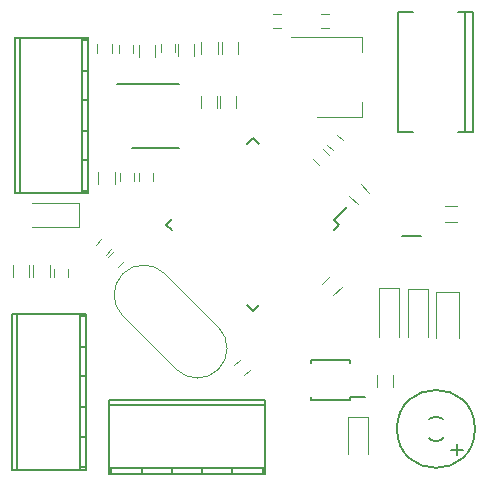
<source format=gbr>
G04 #@! TF.FileFunction,Legend,Top*
%FSLAX46Y46*%
G04 Gerber Fmt 4.6, Leading zero omitted, Abs format (unit mm)*
G04 Created by KiCad (PCBNEW 4.0.4-stable) date 06/03/17 21:35:24*
%MOMM*%
%LPD*%
G01*
G04 APERTURE LIST*
%ADD10C,0.100000*%
%ADD11C,0.150000*%
%ADD12C,0.120000*%
%ADD13C,0.200000*%
G04 APERTURE END LIST*
D10*
D11*
X40315695Y-176763680D02*
X39891431Y-176339416D01*
X32997140Y-184082235D02*
X32523378Y-183608474D01*
X25678585Y-176763680D02*
X26152346Y-177237442D01*
X32997140Y-169445125D02*
X33470902Y-169918886D01*
X40315695Y-176763680D02*
X39841934Y-177237442D01*
X32997140Y-169445125D02*
X32523378Y-169918886D01*
X25678585Y-176763680D02*
X26152346Y-176289918D01*
X32997140Y-184082235D02*
X33470902Y-183608474D01*
X39891431Y-176339416D02*
X40934414Y-175296433D01*
D12*
X47830000Y-182195000D02*
X46130000Y-182195000D01*
X46130000Y-182245000D02*
X46130000Y-186295000D01*
X47830000Y-182245000D02*
X47830000Y-186295000D01*
D11*
X49743360Y-195816220D02*
X50744120Y-195816220D01*
X50243740Y-195315840D02*
X50243740Y-196316600D01*
X49194720Y-194767200D02*
X49093120Y-194866260D01*
X49093120Y-194866260D02*
X48892460Y-194965320D01*
X48892460Y-194965320D02*
X48592740Y-195066920D01*
X48592740Y-195066920D02*
X48394620Y-195066920D01*
X48394620Y-195066920D02*
X48094900Y-194965320D01*
X48094900Y-194965320D02*
X47894240Y-194866260D01*
X49093120Y-193266060D02*
X48892460Y-193167000D01*
X48892460Y-193167000D02*
X48592740Y-193065400D01*
X48592740Y-193065400D02*
X48394620Y-193065400D01*
X48394620Y-193065400D02*
X48094900Y-193167000D01*
X48094900Y-193167000D02*
X47894240Y-193266060D01*
X51793140Y-194066160D02*
G75*
G03X51793140Y-194066160I-3299460J0D01*
G01*
D12*
X30072845Y-185451956D02*
G75*
G02X26501957Y-189022846I-1785444J-1785445D01*
G01*
X25547363Y-180926474D02*
G75*
G03X21976473Y-184497362I-1785445J-1785444D01*
G01*
X26501957Y-189022846D02*
X21976473Y-184497362D01*
X30072846Y-185451957D02*
X25547362Y-180926473D01*
D13*
X47260000Y-177775000D02*
X45660000Y-177775000D01*
D12*
X50470000Y-182505000D02*
X48470000Y-182505000D01*
X48470000Y-182505000D02*
X48470000Y-186405000D01*
X50470000Y-182505000D02*
X50470000Y-186405000D01*
X16176840Y-181228240D02*
X16176840Y-180528240D01*
X17376840Y-180528240D02*
X17376840Y-181228240D01*
X31423689Y-188692543D02*
X31918663Y-188197569D01*
X32767191Y-189046097D02*
X32272217Y-189541071D01*
X38739000Y-158896000D02*
X39439000Y-158896000D01*
X39439000Y-160096000D02*
X38739000Y-160096000D01*
X22096751Y-179876777D02*
X21601777Y-180371751D01*
X20753249Y-179523223D02*
X21248223Y-179028249D01*
X34675000Y-158896000D02*
X35375000Y-158896000D01*
X35375000Y-160096000D02*
X34675000Y-160096000D01*
X19678249Y-178473223D02*
X20173223Y-177978249D01*
X21021751Y-178826777D02*
X20526777Y-179321751D01*
X38944937Y-170345009D02*
X39439911Y-170839983D01*
X38591383Y-171688511D02*
X38096409Y-171193537D01*
X40144937Y-169145009D02*
X40639911Y-169639983D01*
X39791383Y-170488511D02*
X39296409Y-169993537D01*
X22920000Y-172385000D02*
X22920000Y-173085000D01*
X21720000Y-173085000D02*
X21720000Y-172385000D01*
X21675000Y-162225000D02*
X21675000Y-161525000D01*
X22875000Y-161525000D02*
X22875000Y-162225000D01*
X19825000Y-162200000D02*
X19825000Y-161500000D01*
X21025000Y-161500000D02*
X21025000Y-162200000D01*
X41862721Y-175029386D02*
X41155614Y-174322279D01*
X42117279Y-173360614D02*
X42824386Y-174067721D01*
X40502546Y-182044039D02*
X39795439Y-182751146D01*
X38833774Y-181789481D02*
X39540881Y-181082374D01*
X44850000Y-189485000D02*
X44850000Y-190485000D01*
X43490000Y-190485000D02*
X43490000Y-189485000D01*
X28048160Y-161466760D02*
X28048160Y-162466760D01*
X26688160Y-162466760D02*
X26688160Y-161466760D01*
X14026840Y-180218240D02*
X14026840Y-181218240D01*
X12666840Y-181218240D02*
X12666840Y-180218240D01*
X14416840Y-181218240D02*
X14416840Y-180218240D01*
X15776840Y-180218240D02*
X15776840Y-181218240D01*
X21280000Y-172335000D02*
X21280000Y-173335000D01*
X19920000Y-173335000D02*
X19920000Y-172335000D01*
X23388160Y-162566760D02*
X23388160Y-161566760D01*
X24748160Y-161566760D02*
X24748160Y-162566760D01*
X29955000Y-165900000D02*
X29955000Y-166900000D01*
X28595000Y-166900000D02*
X28595000Y-165900000D01*
X31541000Y-165905560D02*
X31541000Y-166905560D01*
X30181000Y-166905560D02*
X30181000Y-165905560D01*
X30388160Y-162316760D02*
X30388160Y-161316760D01*
X31748160Y-161316760D02*
X31748160Y-162316760D01*
X29998160Y-161316760D02*
X29998160Y-162316760D01*
X28638160Y-162316760D02*
X28638160Y-161316760D01*
D11*
X22724360Y-170261660D02*
X26724360Y-170261660D01*
X21449360Y-164861660D02*
X26724360Y-164861660D01*
X50982880Y-168940480D02*
X50982880Y-158780480D01*
X46537880Y-168940480D02*
X45267880Y-168940480D01*
X50347880Y-158780480D02*
X51617880Y-158780480D01*
X51617880Y-158780480D02*
X51617880Y-168940480D01*
X51617880Y-168940480D02*
X50347880Y-168940480D01*
X45267880Y-168940480D02*
X45267880Y-158780480D01*
X45267880Y-158780480D02*
X46537880Y-158780480D01*
D12*
X25218160Y-162166760D02*
X25218160Y-161466760D01*
X26418160Y-161466760D02*
X26418160Y-162166760D01*
X24560000Y-172395000D02*
X24560000Y-173095000D01*
X23360000Y-173095000D02*
X23360000Y-172395000D01*
X45390000Y-182145000D02*
X43690000Y-182145000D01*
X43690000Y-182195000D02*
X43690000Y-186245000D01*
X45390000Y-182195000D02*
X45390000Y-186245000D01*
X18230000Y-176955000D02*
X18230000Y-174955000D01*
X18230000Y-174955000D02*
X14330000Y-174955000D01*
X18230000Y-176955000D02*
X14330000Y-176955000D01*
X42212180Y-167681960D02*
X42212180Y-166421960D01*
X42212180Y-160861960D02*
X42212180Y-162121960D01*
X38452180Y-167681960D02*
X42212180Y-167681960D01*
X36202180Y-160861960D02*
X42212180Y-160861960D01*
X42760000Y-193055000D02*
X41060000Y-193055000D01*
X41060000Y-193055000D02*
X41060000Y-196205000D01*
X42760000Y-193055000D02*
X42760000Y-196205000D01*
D11*
X41255000Y-191580000D02*
X41255000Y-191405000D01*
X37905000Y-191580000D02*
X37905000Y-191330000D01*
X37905000Y-188230000D02*
X37905000Y-188480000D01*
X41255000Y-188230000D02*
X41255000Y-188480000D01*
X41255000Y-191580000D02*
X37905000Y-191580000D01*
X41255000Y-188230000D02*
X37905000Y-188230000D01*
X41255000Y-191405000D02*
X42505000Y-191405000D01*
X18340960Y-187115160D02*
X18838800Y-187115160D01*
X18838800Y-184316080D02*
X18838800Y-197513920D01*
X18340960Y-197513920D02*
X18340960Y-184316080D01*
X13039980Y-197513920D02*
X13039980Y-184316080D01*
X12641200Y-184316080D02*
X12641200Y-197513920D01*
X18340960Y-189617060D02*
X18838800Y-189617060D01*
X18340960Y-192215480D02*
X18838800Y-192215480D01*
X18838800Y-197313260D02*
X18340960Y-197313260D01*
X18340960Y-184516740D02*
X18838800Y-184516740D01*
X18838800Y-194712300D02*
X18340960Y-194712300D01*
X18838800Y-184318620D02*
X12641200Y-184318620D01*
X12641200Y-197511380D02*
X18838800Y-197511380D01*
X18540960Y-163725160D02*
X19038800Y-163725160D01*
X19038800Y-160926080D02*
X19038800Y-174123920D01*
X18540960Y-174123920D02*
X18540960Y-160926080D01*
X13239980Y-174123920D02*
X13239980Y-160926080D01*
X12841200Y-160926080D02*
X12841200Y-174123920D01*
X18540960Y-166227060D02*
X19038800Y-166227060D01*
X18540960Y-168825480D02*
X19038800Y-168825480D01*
X19038800Y-173923260D02*
X18540960Y-173923260D01*
X18540960Y-161126740D02*
X19038800Y-161126740D01*
X19038800Y-171322300D02*
X18540960Y-171322300D01*
X19038800Y-160928620D02*
X12841200Y-160928620D01*
X12841200Y-174121380D02*
X19038800Y-174121380D01*
X31219840Y-197345960D02*
X31219840Y-197843800D01*
X34018920Y-197843800D02*
X20821080Y-197843800D01*
X20821080Y-197345960D02*
X34018920Y-197345960D01*
X20821080Y-192044980D02*
X34018920Y-192044980D01*
X34018920Y-191646200D02*
X20821080Y-191646200D01*
X28717940Y-197345960D02*
X28717940Y-197843800D01*
X26119520Y-197345960D02*
X26119520Y-197843800D01*
X21021740Y-197843800D02*
X21021740Y-197345960D01*
X33818260Y-197345960D02*
X33818260Y-197843800D01*
X23622700Y-197843800D02*
X23622700Y-197345960D01*
X34016380Y-197843800D02*
X34016380Y-191646200D01*
X20823620Y-191646200D02*
X20823620Y-197843800D01*
D12*
X50240000Y-176560000D02*
X49240000Y-176560000D01*
X49240000Y-175200000D02*
X50240000Y-175200000D01*
M02*

</source>
